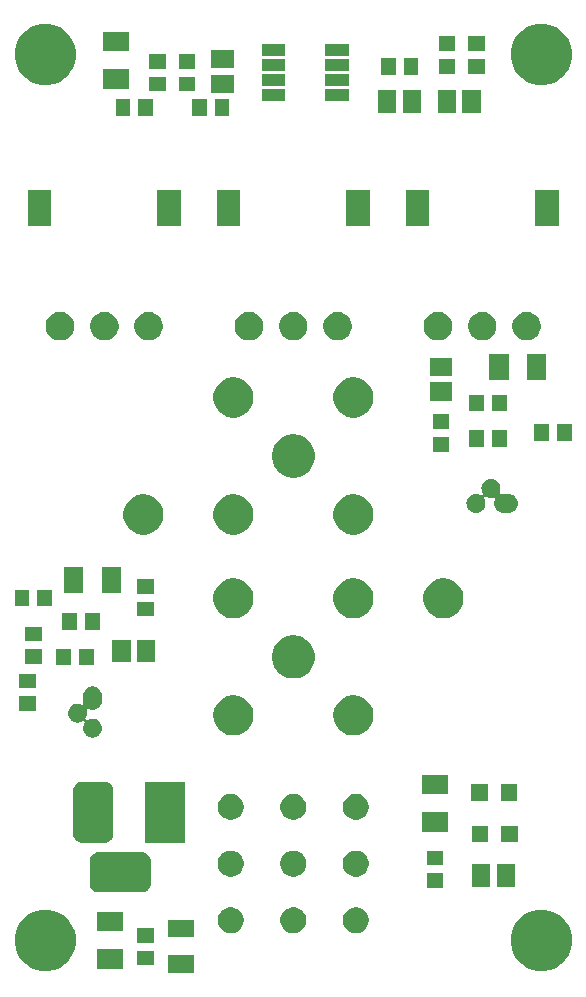
<source format=gbr>
%TF.GenerationSoftware,KiCad,Pcbnew,6.0.0-rc1-unknown-f2ccad3~66~ubuntu18.04.1*%
%TF.CreationDate,2018-11-07T22:10:34+01:00*%
%TF.ProjectId,clasicOverdrive,636c6173-6963-44f7-9665-726472697665,rev?*%
%TF.SameCoordinates,PX5f67d40PY8f46778*%
%TF.FileFunction,Soldermask,Top*%
%TF.FilePolarity,Negative*%
%FSLAX46Y46*%
G04 Gerber Fmt 4.6, Leading zero omitted, Abs format (unit mm)*
G04 Created by KiCad (PCBNEW 6.0.0-rc1-unknown-f2ccad3~66~ubuntu18.04.1) date Mi 07 Nov 2018 22:10:34 CET*
%MOMM*%
%LPD*%
G01*
G04 APERTURE LIST*
%ADD10C,0.100000*%
G04 APERTURE END LIST*
D10*
G36*
X16600000Y1260000D02*
X14400000Y1260000D01*
X14400000Y2730000D01*
X16600000Y2730000D01*
X16600000Y1260000D01*
X16600000Y1260000D01*
G37*
G36*
X46758391Y6500084D02*
X47231560Y6304091D01*
X47231562Y6304090D01*
X47355852Y6221042D01*
X47657406Y6019550D01*
X48019550Y5657406D01*
X48304091Y5231560D01*
X48500084Y4758391D01*
X48600000Y4256079D01*
X48600000Y3743921D01*
X48500084Y3241609D01*
X48304091Y2768440D01*
X48304090Y2768438D01*
X48023337Y2348261D01*
X48019550Y2342594D01*
X47657406Y1980450D01*
X47657403Y1980448D01*
X47231562Y1695910D01*
X47231561Y1695909D01*
X47231560Y1695909D01*
X46758391Y1499916D01*
X46256079Y1400000D01*
X45743921Y1400000D01*
X45241609Y1499916D01*
X44768440Y1695909D01*
X44768439Y1695909D01*
X44768438Y1695910D01*
X44342597Y1980448D01*
X44342594Y1980450D01*
X43980450Y2342594D01*
X43976663Y2348261D01*
X43695910Y2768438D01*
X43695909Y2768440D01*
X43499916Y3241609D01*
X43400000Y3743921D01*
X43400000Y4256079D01*
X43499916Y4758391D01*
X43695909Y5231560D01*
X43980450Y5657406D01*
X44342594Y6019550D01*
X44644148Y6221042D01*
X44768438Y6304090D01*
X44768440Y6304091D01*
X45241609Y6500084D01*
X45743921Y6600000D01*
X46256079Y6600000D01*
X46758391Y6500084D01*
X46758391Y6500084D01*
G37*
G36*
X4758391Y6500084D02*
X5231560Y6304091D01*
X5231562Y6304090D01*
X5355852Y6221042D01*
X5657406Y6019550D01*
X6019550Y5657406D01*
X6304091Y5231560D01*
X6500084Y4758391D01*
X6600000Y4256079D01*
X6600000Y3743921D01*
X6500084Y3241609D01*
X6304091Y2768440D01*
X6304090Y2768438D01*
X6023337Y2348261D01*
X6019550Y2342594D01*
X5657406Y1980450D01*
X5657403Y1980448D01*
X5231562Y1695910D01*
X5231561Y1695909D01*
X5231560Y1695909D01*
X4758391Y1499916D01*
X4256079Y1400000D01*
X3743921Y1400000D01*
X3241609Y1499916D01*
X2768440Y1695909D01*
X2768439Y1695909D01*
X2768438Y1695910D01*
X2342597Y1980448D01*
X2342594Y1980450D01*
X1980450Y2342594D01*
X1976663Y2348261D01*
X1695910Y2768438D01*
X1695909Y2768440D01*
X1499916Y3241609D01*
X1400000Y3743921D01*
X1400000Y4256079D01*
X1499916Y4758391D01*
X1695909Y5231560D01*
X1980450Y5657406D01*
X2342594Y6019550D01*
X2644148Y6221042D01*
X2768438Y6304090D01*
X2768440Y6304091D01*
X3241609Y6500084D01*
X3743921Y6600000D01*
X4256079Y6600000D01*
X4758391Y6500084D01*
X4758391Y6500084D01*
G37*
G36*
X10600000Y1585000D02*
X8400000Y1585000D01*
X8400000Y3230000D01*
X10600000Y3230000D01*
X10600000Y1585000D01*
X10600000Y1585000D01*
G37*
G36*
X13200000Y1878000D02*
X11800000Y1878000D01*
X11800000Y3123000D01*
X13200000Y3123000D01*
X13200000Y1878000D01*
X13200000Y1878000D01*
G37*
G36*
X13200000Y3803000D02*
X11800000Y3803000D01*
X11800000Y5048000D01*
X13200000Y5048000D01*
X13200000Y3803000D01*
X13200000Y3803000D01*
G37*
G36*
X16600000Y4270000D02*
X14400000Y4270000D01*
X14400000Y5740000D01*
X16600000Y5740000D01*
X16600000Y4270000D01*
X16600000Y4270000D01*
G37*
G36*
X20020857Y6757728D02*
X20221042Y6674809D01*
X20401213Y6554422D01*
X20554422Y6401213D01*
X20674809Y6221042D01*
X20757728Y6020857D01*
X20800000Y5808342D01*
X20800000Y5591658D01*
X20757728Y5379143D01*
X20674809Y5178958D01*
X20554422Y4998787D01*
X20401213Y4845578D01*
X20221042Y4725191D01*
X20020857Y4642272D01*
X19808342Y4600000D01*
X19591658Y4600000D01*
X19379143Y4642272D01*
X19178958Y4725191D01*
X18998787Y4845578D01*
X18845578Y4998787D01*
X18725191Y5178958D01*
X18642272Y5379143D01*
X18600000Y5591658D01*
X18600000Y5808342D01*
X18642272Y6020857D01*
X18725191Y6221042D01*
X18845578Y6401213D01*
X18998787Y6554422D01*
X19178958Y6674809D01*
X19379143Y6757728D01*
X19591658Y6800000D01*
X19808342Y6800000D01*
X20020857Y6757728D01*
X20020857Y6757728D01*
G37*
G36*
X30620857Y6757728D02*
X30821042Y6674809D01*
X31001213Y6554422D01*
X31154422Y6401213D01*
X31274809Y6221042D01*
X31357728Y6020857D01*
X31400000Y5808342D01*
X31400000Y5591658D01*
X31357728Y5379143D01*
X31274809Y5178958D01*
X31154422Y4998787D01*
X31001213Y4845578D01*
X30821042Y4725191D01*
X30620857Y4642272D01*
X30408342Y4600000D01*
X30191658Y4600000D01*
X29979143Y4642272D01*
X29778958Y4725191D01*
X29598787Y4845578D01*
X29445578Y4998787D01*
X29325191Y5178958D01*
X29242272Y5379143D01*
X29200000Y5591658D01*
X29200000Y5808342D01*
X29242272Y6020857D01*
X29325191Y6221042D01*
X29445578Y6401213D01*
X29598787Y6554422D01*
X29778958Y6674809D01*
X29979143Y6757728D01*
X30191658Y6800000D01*
X30408342Y6800000D01*
X30620857Y6757728D01*
X30620857Y6757728D01*
G37*
G36*
X25320857Y6757728D02*
X25521042Y6674809D01*
X25701213Y6554422D01*
X25854422Y6401213D01*
X25974809Y6221042D01*
X26057728Y6020857D01*
X26100000Y5808342D01*
X26100000Y5591658D01*
X26057728Y5379143D01*
X25974809Y5178958D01*
X25854422Y4998787D01*
X25701213Y4845578D01*
X25521042Y4725191D01*
X25320857Y4642272D01*
X25108342Y4600000D01*
X24891658Y4600000D01*
X24679143Y4642272D01*
X24478958Y4725191D01*
X24298787Y4845578D01*
X24145578Y4998787D01*
X24025191Y5178958D01*
X23942272Y5379143D01*
X23900000Y5591658D01*
X23900000Y5808342D01*
X23942272Y6020857D01*
X24025191Y6221042D01*
X24145578Y6401213D01*
X24298787Y6554422D01*
X24478958Y6674809D01*
X24679143Y6757728D01*
X24891658Y6800000D01*
X25108342Y6800000D01*
X25320857Y6757728D01*
X25320857Y6757728D01*
G37*
G36*
X10600000Y4770000D02*
X8400000Y4770000D01*
X8400000Y6415000D01*
X10600000Y6415000D01*
X10600000Y4770000D01*
X10600000Y4770000D01*
G37*
G36*
X12316017Y11439276D02*
X12463630Y11394497D01*
X12599677Y11321778D01*
X12718919Y11223919D01*
X12816778Y11104677D01*
X12889497Y10968630D01*
X12934276Y10821017D01*
X12950000Y10661360D01*
X12950000Y8848640D01*
X12934276Y8688983D01*
X12889497Y8541370D01*
X12816778Y8405323D01*
X12718919Y8286081D01*
X12599677Y8188222D01*
X12463630Y8115503D01*
X12316017Y8070724D01*
X12156360Y8055000D01*
X8543640Y8055000D01*
X8383983Y8070724D01*
X8236370Y8115503D01*
X8100323Y8188222D01*
X7981081Y8286081D01*
X7883222Y8405323D01*
X7810503Y8541370D01*
X7765724Y8688983D01*
X7750000Y8848640D01*
X7750000Y10661360D01*
X7765724Y10821017D01*
X7810503Y10968630D01*
X7883222Y11104677D01*
X7981081Y11223919D01*
X8100323Y11321778D01*
X8236370Y11394497D01*
X8383983Y11439276D01*
X8543640Y11455000D01*
X12156360Y11455000D01*
X12316017Y11439276D01*
X12316017Y11439276D01*
G37*
G36*
X37700000Y8415000D02*
X36300000Y8415000D01*
X36300000Y9660000D01*
X37700000Y9660000D01*
X37700000Y8415000D01*
X37700000Y8415000D01*
G37*
G36*
X41688000Y8550000D02*
X40143000Y8550000D01*
X40143000Y10450000D01*
X41688000Y10450000D01*
X41688000Y8550000D01*
X41688000Y8550000D01*
G37*
G36*
X43773000Y8550000D02*
X42228000Y8550000D01*
X42228000Y10450000D01*
X43773000Y10450000D01*
X43773000Y8550000D01*
X43773000Y8550000D01*
G37*
G36*
X30620857Y11557728D02*
X30821042Y11474809D01*
X31001213Y11354422D01*
X31154422Y11201213D01*
X31274809Y11021042D01*
X31357728Y10820857D01*
X31400000Y10608342D01*
X31400000Y10391658D01*
X31357728Y10179143D01*
X31274809Y9978958D01*
X31154422Y9798787D01*
X31001213Y9645578D01*
X30821042Y9525191D01*
X30620857Y9442272D01*
X30408342Y9400000D01*
X30191658Y9400000D01*
X29979143Y9442272D01*
X29778958Y9525191D01*
X29598787Y9645578D01*
X29445578Y9798787D01*
X29325191Y9978958D01*
X29242272Y10179143D01*
X29200000Y10391658D01*
X29200000Y10608342D01*
X29242272Y10820857D01*
X29325191Y11021042D01*
X29445578Y11201213D01*
X29598787Y11354422D01*
X29778958Y11474809D01*
X29979143Y11557728D01*
X30191658Y11600000D01*
X30408342Y11600000D01*
X30620857Y11557728D01*
X30620857Y11557728D01*
G37*
G36*
X25320857Y11557728D02*
X25521042Y11474809D01*
X25701213Y11354422D01*
X25854422Y11201213D01*
X25974809Y11021042D01*
X26057728Y10820857D01*
X26100000Y10608342D01*
X26100000Y10391658D01*
X26057728Y10179143D01*
X25974809Y9978958D01*
X25854422Y9798787D01*
X25701213Y9645578D01*
X25521042Y9525191D01*
X25320857Y9442272D01*
X25108342Y9400000D01*
X24891658Y9400000D01*
X24679143Y9442272D01*
X24478958Y9525191D01*
X24298787Y9645578D01*
X24145578Y9798787D01*
X24025191Y9978958D01*
X23942272Y10179143D01*
X23900000Y10391658D01*
X23900000Y10608342D01*
X23942272Y10820857D01*
X24025191Y11021042D01*
X24145578Y11201213D01*
X24298787Y11354422D01*
X24478958Y11474809D01*
X24679143Y11557728D01*
X24891658Y11600000D01*
X25108342Y11600000D01*
X25320857Y11557728D01*
X25320857Y11557728D01*
G37*
G36*
X20020857Y11557728D02*
X20221042Y11474809D01*
X20401213Y11354422D01*
X20554422Y11201213D01*
X20674809Y11021042D01*
X20757728Y10820857D01*
X20800000Y10608342D01*
X20800000Y10391658D01*
X20757728Y10179143D01*
X20674809Y9978958D01*
X20554422Y9798787D01*
X20401213Y9645578D01*
X20221042Y9525191D01*
X20020857Y9442272D01*
X19808342Y9400000D01*
X19591658Y9400000D01*
X19379143Y9442272D01*
X19178958Y9525191D01*
X18998787Y9645578D01*
X18845578Y9798787D01*
X18725191Y9978958D01*
X18642272Y10179143D01*
X18600000Y10391658D01*
X18600000Y10608342D01*
X18642272Y10820857D01*
X18725191Y11021042D01*
X18845578Y11201213D01*
X18998787Y11354422D01*
X19178958Y11474809D01*
X19379143Y11557728D01*
X19591658Y11600000D01*
X19808342Y11600000D01*
X20020857Y11557728D01*
X20020857Y11557728D01*
G37*
G36*
X37700000Y10340000D02*
X36300000Y10340000D01*
X36300000Y11585000D01*
X37700000Y11585000D01*
X37700000Y10340000D01*
X37700000Y10340000D01*
G37*
G36*
X9126017Y17419276D02*
X9273630Y17374497D01*
X9409677Y17301778D01*
X9528919Y17203919D01*
X9626778Y17084677D01*
X9699497Y16948630D01*
X9744276Y16801017D01*
X9760000Y16641360D01*
X9760000Y13028640D01*
X9744276Y12868983D01*
X9699497Y12721370D01*
X9626778Y12585323D01*
X9528919Y12466081D01*
X9409677Y12368222D01*
X9273630Y12295503D01*
X9126017Y12250724D01*
X8966360Y12235000D01*
X7153640Y12235000D01*
X6993983Y12250724D01*
X6846370Y12295503D01*
X6710323Y12368222D01*
X6591081Y12466081D01*
X6493222Y12585323D01*
X6420503Y12721370D01*
X6375724Y12868983D01*
X6360000Y13028640D01*
X6360000Y16641360D01*
X6375724Y16801017D01*
X6420503Y16948630D01*
X6493222Y17084677D01*
X6591081Y17203919D01*
X6710323Y17301778D01*
X6846370Y17374497D01*
X6993983Y17419276D01*
X7153640Y17435000D01*
X8966360Y17435000D01*
X9126017Y17419276D01*
X9126017Y17419276D01*
G37*
G36*
X15860000Y12235000D02*
X12460000Y12235000D01*
X12460000Y17435000D01*
X15860000Y17435000D01*
X15860000Y12235000D01*
X15860000Y12235000D01*
G37*
G36*
X41495000Y12300000D02*
X40095000Y12300000D01*
X40095000Y13700000D01*
X41495000Y13700000D01*
X41495000Y12300000D01*
X41495000Y12300000D01*
G37*
G36*
X43995000Y12300000D02*
X42595000Y12300000D01*
X42595000Y13700000D01*
X43995000Y13700000D01*
X43995000Y12300000D01*
X43995000Y12300000D01*
G37*
G36*
X38100000Y13178000D02*
X35900000Y13178000D01*
X35900000Y14823000D01*
X38100000Y14823000D01*
X38100000Y13178000D01*
X38100000Y13178000D01*
G37*
G36*
X30620857Y16357728D02*
X30821042Y16274809D01*
X31001213Y16154422D01*
X31154422Y16001213D01*
X31274809Y15821042D01*
X31357728Y15620857D01*
X31400000Y15408342D01*
X31400000Y15191658D01*
X31357728Y14979143D01*
X31274809Y14778958D01*
X31154422Y14598787D01*
X31001213Y14445578D01*
X30821042Y14325191D01*
X30620857Y14242272D01*
X30408342Y14200000D01*
X30191658Y14200000D01*
X29979143Y14242272D01*
X29778958Y14325191D01*
X29598787Y14445578D01*
X29445578Y14598787D01*
X29325191Y14778958D01*
X29242272Y14979143D01*
X29200000Y15191658D01*
X29200000Y15408342D01*
X29242272Y15620857D01*
X29325191Y15821042D01*
X29445578Y16001213D01*
X29598787Y16154422D01*
X29778958Y16274809D01*
X29979143Y16357728D01*
X30191658Y16400000D01*
X30408342Y16400000D01*
X30620857Y16357728D01*
X30620857Y16357728D01*
G37*
G36*
X25320857Y16357728D02*
X25521042Y16274809D01*
X25701213Y16154422D01*
X25854422Y16001213D01*
X25974809Y15821042D01*
X26057728Y15620857D01*
X26100000Y15408342D01*
X26100000Y15191658D01*
X26057728Y14979143D01*
X25974809Y14778958D01*
X25854422Y14598787D01*
X25701213Y14445578D01*
X25521042Y14325191D01*
X25320857Y14242272D01*
X25108342Y14200000D01*
X24891658Y14200000D01*
X24679143Y14242272D01*
X24478958Y14325191D01*
X24298787Y14445578D01*
X24145578Y14598787D01*
X24025191Y14778958D01*
X23942272Y14979143D01*
X23900000Y15191658D01*
X23900000Y15408342D01*
X23942272Y15620857D01*
X24025191Y15821042D01*
X24145578Y16001213D01*
X24298787Y16154422D01*
X24478958Y16274809D01*
X24679143Y16357728D01*
X24891658Y16400000D01*
X25108342Y16400000D01*
X25320857Y16357728D01*
X25320857Y16357728D01*
G37*
G36*
X20020857Y16357728D02*
X20221042Y16274809D01*
X20401213Y16154422D01*
X20554422Y16001213D01*
X20674809Y15821042D01*
X20757728Y15620857D01*
X20800000Y15408342D01*
X20800000Y15191658D01*
X20757728Y14979143D01*
X20674809Y14778958D01*
X20554422Y14598787D01*
X20401213Y14445578D01*
X20221042Y14325191D01*
X20020857Y14242272D01*
X19808342Y14200000D01*
X19591658Y14200000D01*
X19379143Y14242272D01*
X19178958Y14325191D01*
X18998787Y14445578D01*
X18845578Y14598787D01*
X18725191Y14778958D01*
X18642272Y14979143D01*
X18600000Y15191658D01*
X18600000Y15408342D01*
X18642272Y15620857D01*
X18725191Y15821042D01*
X18845578Y16001213D01*
X18998787Y16154422D01*
X19178958Y16274809D01*
X19379143Y16357728D01*
X19591658Y16400000D01*
X19808342Y16400000D01*
X20020857Y16357728D01*
X20020857Y16357728D01*
G37*
G36*
X41450000Y15800000D02*
X40050000Y15800000D01*
X40050000Y17200000D01*
X41450000Y17200000D01*
X41450000Y15800000D01*
X41450000Y15800000D01*
G37*
G36*
X43950000Y15800000D02*
X42550000Y15800000D01*
X42550000Y17200000D01*
X43950000Y17200000D01*
X43950000Y15800000D01*
X43950000Y15800000D01*
G37*
G36*
X38100000Y16363000D02*
X35900000Y16363000D01*
X35900000Y18008000D01*
X38100000Y18008000D01*
X38100000Y16363000D01*
X38100000Y16363000D01*
G37*
G36*
X8156827Y25488424D02*
X8232227Y25465552D01*
X8307629Y25442679D01*
X8446608Y25368392D01*
X8568422Y25268422D01*
X8668392Y25146608D01*
X8742679Y25007629D01*
X8742679Y25007628D01*
X8788424Y24856827D01*
X8800000Y24739292D01*
X8800000Y24260707D01*
X8788424Y24143173D01*
X8780635Y24117496D01*
X8742679Y23992371D01*
X8668392Y23853392D01*
X8568425Y23731581D01*
X8568423Y23731580D01*
X8568422Y23731578D01*
X8501440Y23676608D01*
X8446604Y23631606D01*
X8307628Y23557321D01*
X8253402Y23540872D01*
X8156826Y23511576D01*
X8000000Y23496130D01*
X7843173Y23511576D01*
X7746597Y23540872D01*
X7692371Y23557321D01*
X7689178Y23559028D01*
X7666539Y23568405D01*
X7642505Y23573186D01*
X7618001Y23573186D01*
X7593968Y23568406D01*
X7571329Y23559028D01*
X7550954Y23545415D01*
X7533627Y23528087D01*
X7520013Y23507713D01*
X7510636Y23485074D01*
X7505855Y23461040D01*
X7505855Y23436536D01*
X7510635Y23412503D01*
X7518424Y23386826D01*
X7533870Y23230000D01*
X7518424Y23073174D01*
X7472679Y22922371D01*
X7414659Y22813824D01*
X7405281Y22791185D01*
X7400501Y22767151D01*
X7400501Y22742647D01*
X7405281Y22718614D01*
X7414659Y22695975D01*
X7428273Y22675600D01*
X7445600Y22658273D01*
X7465974Y22644659D01*
X7488613Y22635281D01*
X7512647Y22630501D01*
X7537151Y22630501D01*
X7561184Y22635281D01*
X7583824Y22644659D01*
X7692371Y22702679D01*
X7767772Y22725551D01*
X7843173Y22748424D01*
X7882351Y22752283D01*
X7960705Y22760000D01*
X8039295Y22760000D01*
X8117649Y22752283D01*
X8156827Y22748424D01*
X8232228Y22725551D01*
X8307629Y22702679D01*
X8446608Y22628392D01*
X8568422Y22528422D01*
X8668392Y22406608D01*
X8742679Y22267629D01*
X8788424Y22116826D01*
X8803870Y21960000D01*
X8788424Y21803174D01*
X8742679Y21652371D01*
X8668392Y21513392D01*
X8568422Y21391578D01*
X8446608Y21291608D01*
X8307629Y21217321D01*
X8232227Y21194448D01*
X8156827Y21171576D01*
X8117649Y21167717D01*
X8039295Y21160000D01*
X7960705Y21160000D01*
X7882351Y21167717D01*
X7843173Y21171576D01*
X7767773Y21194448D01*
X7692371Y21217321D01*
X7553392Y21291608D01*
X7431578Y21391578D01*
X7331608Y21513392D01*
X7257321Y21652371D01*
X7211576Y21803174D01*
X7196130Y21960000D01*
X7211576Y22116826D01*
X7257321Y22267629D01*
X7315341Y22376176D01*
X7324719Y22398815D01*
X7329499Y22422849D01*
X7329499Y22447353D01*
X7324719Y22471386D01*
X7315341Y22494025D01*
X7301727Y22514400D01*
X7284400Y22531727D01*
X7264026Y22545341D01*
X7241387Y22554719D01*
X7217353Y22559499D01*
X7192849Y22559499D01*
X7168816Y22554719D01*
X7146176Y22545341D01*
X7037629Y22487321D01*
X6962228Y22464449D01*
X6886827Y22441576D01*
X6847649Y22437717D01*
X6769295Y22430000D01*
X6690705Y22430000D01*
X6612351Y22437717D01*
X6573173Y22441576D01*
X6497772Y22464449D01*
X6422371Y22487321D01*
X6283392Y22561608D01*
X6161578Y22661578D01*
X6061608Y22783392D01*
X5987321Y22922371D01*
X5941576Y23073174D01*
X5926130Y23230000D01*
X5941576Y23386826D01*
X5987321Y23537629D01*
X6061608Y23676608D01*
X6161578Y23798422D01*
X6283392Y23898392D01*
X6422371Y23972679D01*
X6518744Y24001913D01*
X6573173Y24018424D01*
X6612395Y24022287D01*
X6690705Y24030000D01*
X6769295Y24030000D01*
X6847605Y24022287D01*
X6886827Y24018424D01*
X6941256Y24001913D01*
X7037629Y23972679D01*
X7040822Y23970972D01*
X7063461Y23961595D01*
X7087495Y23956814D01*
X7111999Y23956814D01*
X7136032Y23961594D01*
X7158671Y23970972D01*
X7179046Y23984585D01*
X7196373Y24001913D01*
X7209987Y24022287D01*
X7219364Y24044926D01*
X7224145Y24068960D01*
X7224145Y24093464D01*
X7219365Y24117496D01*
X7211576Y24143173D01*
X7200000Y24260706D01*
X7200000Y24739295D01*
X7211576Y24856826D01*
X7257321Y25007629D01*
X7331606Y25146605D01*
X7431581Y25268424D01*
X7553393Y25368392D01*
X7692372Y25442679D01*
X7767774Y25465552D01*
X7843174Y25488424D01*
X8000000Y25503870D01*
X8156827Y25488424D01*
X8156827Y25488424D01*
G37*
G36*
X20306393Y24701447D02*
X20415872Y24679670D01*
X20725252Y24551521D01*
X21003687Y24365477D01*
X21240477Y24128687D01*
X21426521Y23850252D01*
X21554670Y23540872D01*
X21575424Y23436536D01*
X21620000Y23212437D01*
X21620000Y22877563D01*
X21596615Y22760000D01*
X21554670Y22549128D01*
X21426521Y22239748D01*
X21240477Y21961313D01*
X21003687Y21724523D01*
X20725252Y21538479D01*
X20415872Y21410330D01*
X20321599Y21391578D01*
X20087437Y21345000D01*
X19752563Y21345000D01*
X19518401Y21391578D01*
X19424128Y21410330D01*
X19114748Y21538479D01*
X18836313Y21724523D01*
X18599523Y21961313D01*
X18413479Y22239748D01*
X18285330Y22549128D01*
X18243385Y22760000D01*
X18220000Y22877563D01*
X18220000Y23212437D01*
X18264576Y23436536D01*
X18285330Y23540872D01*
X18413479Y23850252D01*
X18599523Y24128687D01*
X18836313Y24365477D01*
X19114748Y24551521D01*
X19424128Y24679670D01*
X19533607Y24701447D01*
X19752563Y24745000D01*
X20087437Y24745000D01*
X20306393Y24701447D01*
X20306393Y24701447D01*
G37*
G36*
X30466393Y24701447D02*
X30575872Y24679670D01*
X30885252Y24551521D01*
X31163687Y24365477D01*
X31400477Y24128687D01*
X31586521Y23850252D01*
X31714670Y23540872D01*
X31735424Y23436536D01*
X31780000Y23212437D01*
X31780000Y22877563D01*
X31756615Y22760000D01*
X31714670Y22549128D01*
X31586521Y22239748D01*
X31400477Y21961313D01*
X31163687Y21724523D01*
X30885252Y21538479D01*
X30575872Y21410330D01*
X30481599Y21391578D01*
X30247437Y21345000D01*
X29912563Y21345000D01*
X29678401Y21391578D01*
X29584128Y21410330D01*
X29274748Y21538479D01*
X28996313Y21724523D01*
X28759523Y21961313D01*
X28573479Y22239748D01*
X28445330Y22549128D01*
X28403385Y22760000D01*
X28380000Y22877563D01*
X28380000Y23212437D01*
X28424576Y23436536D01*
X28445330Y23540872D01*
X28573479Y23850252D01*
X28759523Y24128687D01*
X28996313Y24365477D01*
X29274748Y24551521D01*
X29584128Y24679670D01*
X29693607Y24701447D01*
X29912563Y24745000D01*
X30247437Y24745000D01*
X30466393Y24701447D01*
X30466393Y24701447D01*
G37*
G36*
X3200000Y23415000D02*
X1800000Y23415000D01*
X1800000Y24660000D01*
X3200000Y24660000D01*
X3200000Y23415000D01*
X3200000Y23415000D01*
G37*
G36*
X3200000Y25340000D02*
X1800000Y25340000D01*
X1800000Y26585000D01*
X3200000Y26585000D01*
X3200000Y25340000D01*
X3200000Y25340000D01*
G37*
G36*
X25356040Y29789933D02*
X25532333Y29754866D01*
X25864461Y29617294D01*
X26114834Y29450000D01*
X26163372Y29417568D01*
X26417568Y29163372D01*
X26417570Y29163369D01*
X26617294Y28864461D01*
X26754866Y28532333D01*
X26825000Y28179747D01*
X26825000Y27820253D01*
X26754866Y27467667D01*
X26617294Y27135539D01*
X26418915Y26838644D01*
X26417568Y26836628D01*
X26163372Y26582432D01*
X26163369Y26582430D01*
X25864461Y26382706D01*
X25532333Y26245134D01*
X25356040Y26210067D01*
X25179748Y26175000D01*
X24820252Y26175000D01*
X24643960Y26210067D01*
X24467667Y26245134D01*
X24135539Y26382706D01*
X23836631Y26582430D01*
X23836628Y26582432D01*
X23582432Y26836628D01*
X23581085Y26838644D01*
X23382706Y27135539D01*
X23245134Y27467667D01*
X23175000Y27820253D01*
X23175000Y28179747D01*
X23245134Y28532333D01*
X23382706Y28864461D01*
X23582430Y29163369D01*
X23582432Y29163372D01*
X23836628Y29417568D01*
X23885166Y29450000D01*
X24135539Y29617294D01*
X24467667Y29754866D01*
X24643960Y29789933D01*
X24820252Y29825000D01*
X25179748Y29825000D01*
X25356040Y29789933D01*
X25356040Y29789933D01*
G37*
G36*
X6160000Y27300000D02*
X4915000Y27300000D01*
X4915000Y28700000D01*
X6160000Y28700000D01*
X6160000Y27300000D01*
X6160000Y27300000D01*
G37*
G36*
X8085000Y27300000D02*
X6840000Y27300000D01*
X6840000Y28700000D01*
X8085000Y28700000D01*
X8085000Y27300000D01*
X8085000Y27300000D01*
G37*
G36*
X3700000Y27378000D02*
X2300000Y27378000D01*
X2300000Y28623000D01*
X3700000Y28623000D01*
X3700000Y27378000D01*
X3700000Y27378000D01*
G37*
G36*
X13315000Y27550000D02*
X11770000Y27550000D01*
X11770000Y29450000D01*
X13315000Y29450000D01*
X13315000Y27550000D01*
X13315000Y27550000D01*
G37*
G36*
X11230000Y27550000D02*
X9685000Y27550000D01*
X9685000Y29450000D01*
X11230000Y29450000D01*
X11230000Y27550000D01*
X11230000Y27550000D01*
G37*
G36*
X3700000Y29303000D02*
X2300000Y29303000D01*
X2300000Y30548000D01*
X3700000Y30548000D01*
X3700000Y29303000D01*
X3700000Y29303000D01*
G37*
G36*
X8623000Y30300000D02*
X7378000Y30300000D01*
X7378000Y31700000D01*
X8623000Y31700000D01*
X8623000Y30300000D01*
X8623000Y30300000D01*
G37*
G36*
X6698000Y30300000D02*
X5453000Y30300000D01*
X5453000Y31700000D01*
X6698000Y31700000D01*
X6698000Y30300000D01*
X6698000Y30300000D01*
G37*
G36*
X20306393Y34611447D02*
X20415872Y34589670D01*
X20725252Y34461521D01*
X21003687Y34275477D01*
X21240477Y34038687D01*
X21426521Y33760252D01*
X21554670Y33450872D01*
X21620000Y33122435D01*
X21620000Y32787565D01*
X21554670Y32459128D01*
X21426521Y32149748D01*
X21240477Y31871313D01*
X21003687Y31634523D01*
X20725252Y31448479D01*
X20415872Y31320330D01*
X20306393Y31298553D01*
X20087437Y31255000D01*
X19752563Y31255000D01*
X19533607Y31298553D01*
X19424128Y31320330D01*
X19114748Y31448479D01*
X18836313Y31634523D01*
X18599523Y31871313D01*
X18413479Y32149748D01*
X18285330Y32459128D01*
X18220000Y32787565D01*
X18220000Y33122435D01*
X18285330Y33450872D01*
X18413479Y33760252D01*
X18599523Y34038687D01*
X18836313Y34275477D01*
X19114748Y34461521D01*
X19424128Y34589670D01*
X19533607Y34611447D01*
X19752563Y34655000D01*
X20087437Y34655000D01*
X20306393Y34611447D01*
X20306393Y34611447D01*
G37*
G36*
X30466393Y34611447D02*
X30575872Y34589670D01*
X30885252Y34461521D01*
X31163687Y34275477D01*
X31400477Y34038687D01*
X31586521Y33760252D01*
X31714670Y33450872D01*
X31780000Y33122435D01*
X31780000Y32787565D01*
X31714670Y32459128D01*
X31586521Y32149748D01*
X31400477Y31871313D01*
X31163687Y31634523D01*
X30885252Y31448479D01*
X30575872Y31320330D01*
X30466393Y31298553D01*
X30247437Y31255000D01*
X29912563Y31255000D01*
X29693607Y31298553D01*
X29584128Y31320330D01*
X29274748Y31448479D01*
X28996313Y31634523D01*
X28759523Y31871313D01*
X28573479Y32149748D01*
X28445330Y32459128D01*
X28380000Y32787565D01*
X28380000Y33122435D01*
X28445330Y33450872D01*
X28573479Y33760252D01*
X28759523Y34038687D01*
X28996313Y34275477D01*
X29274748Y34461521D01*
X29584128Y34589670D01*
X29693607Y34611447D01*
X29912563Y34655000D01*
X30247437Y34655000D01*
X30466393Y34611447D01*
X30466393Y34611447D01*
G37*
G36*
X38086393Y34611447D02*
X38195872Y34589670D01*
X38505252Y34461521D01*
X38783687Y34275477D01*
X39020477Y34038687D01*
X39206521Y33760252D01*
X39334670Y33450872D01*
X39400000Y33122435D01*
X39400000Y32787565D01*
X39334670Y32459128D01*
X39206521Y32149748D01*
X39020477Y31871313D01*
X38783687Y31634523D01*
X38505252Y31448479D01*
X38195872Y31320330D01*
X38086393Y31298553D01*
X37867437Y31255000D01*
X37532563Y31255000D01*
X37313607Y31298553D01*
X37204128Y31320330D01*
X36894748Y31448479D01*
X36616313Y31634523D01*
X36379523Y31871313D01*
X36193479Y32149748D01*
X36065330Y32459128D01*
X36000000Y32787565D01*
X36000000Y33122435D01*
X36065330Y33450872D01*
X36193479Y33760252D01*
X36379523Y34038687D01*
X36616313Y34275477D01*
X36894748Y34461521D01*
X37204128Y34589670D01*
X37313607Y34611447D01*
X37532563Y34655000D01*
X37867437Y34655000D01*
X38086393Y34611447D01*
X38086393Y34611447D01*
G37*
G36*
X13200000Y31415000D02*
X11800000Y31415000D01*
X11800000Y32660000D01*
X13200000Y32660000D01*
X13200000Y31415000D01*
X13200000Y31415000D01*
G37*
G36*
X2660000Y32300000D02*
X1415000Y32300000D01*
X1415000Y33700000D01*
X2660000Y33700000D01*
X2660000Y32300000D01*
X2660000Y32300000D01*
G37*
G36*
X4585000Y32300000D02*
X3340000Y32300000D01*
X3340000Y33700000D01*
X4585000Y33700000D01*
X4585000Y32300000D01*
X4585000Y32300000D01*
G37*
G36*
X13200000Y33340000D02*
X11800000Y33340000D01*
X11800000Y34585000D01*
X13200000Y34585000D01*
X13200000Y33340000D01*
X13200000Y33340000D01*
G37*
G36*
X10415000Y33400000D02*
X8770000Y33400000D01*
X8770000Y35600000D01*
X10415000Y35600000D01*
X10415000Y33400000D01*
X10415000Y33400000D01*
G37*
G36*
X7230000Y33400000D02*
X5585000Y33400000D01*
X5585000Y35600000D01*
X7230000Y35600000D01*
X7230000Y33400000D01*
X7230000Y33400000D01*
G37*
G36*
X30465733Y41701578D02*
X30575872Y41679670D01*
X30885252Y41551521D01*
X31163687Y41365477D01*
X31400477Y41128687D01*
X31586521Y40850252D01*
X31714670Y40540872D01*
X31780000Y40212435D01*
X31780000Y39877565D01*
X31714670Y39549128D01*
X31586521Y39239748D01*
X31400477Y38961313D01*
X31163687Y38724523D01*
X30885252Y38538479D01*
X30575872Y38410330D01*
X30466393Y38388553D01*
X30247437Y38345000D01*
X29912563Y38345000D01*
X29693607Y38388553D01*
X29584128Y38410330D01*
X29274748Y38538479D01*
X28996313Y38724523D01*
X28759523Y38961313D01*
X28573479Y39239748D01*
X28445330Y39549128D01*
X28380000Y39877565D01*
X28380000Y40212435D01*
X28445330Y40540872D01*
X28573479Y40850252D01*
X28759523Y41128687D01*
X28996313Y41365477D01*
X29274748Y41551521D01*
X29584128Y41679670D01*
X29694267Y41701578D01*
X29912563Y41745000D01*
X30247437Y41745000D01*
X30465733Y41701578D01*
X30465733Y41701578D01*
G37*
G36*
X20305733Y41701578D02*
X20415872Y41679670D01*
X20725252Y41551521D01*
X21003687Y41365477D01*
X21240477Y41128687D01*
X21426521Y40850252D01*
X21554670Y40540872D01*
X21620000Y40212435D01*
X21620000Y39877565D01*
X21554670Y39549128D01*
X21426521Y39239748D01*
X21240477Y38961313D01*
X21003687Y38724523D01*
X20725252Y38538479D01*
X20415872Y38410330D01*
X20306393Y38388553D01*
X20087437Y38345000D01*
X19752563Y38345000D01*
X19533607Y38388553D01*
X19424128Y38410330D01*
X19114748Y38538479D01*
X18836313Y38724523D01*
X18599523Y38961313D01*
X18413479Y39239748D01*
X18285330Y39549128D01*
X18220000Y39877565D01*
X18220000Y40212435D01*
X18285330Y40540872D01*
X18413479Y40850252D01*
X18599523Y41128687D01*
X18836313Y41365477D01*
X19114748Y41551521D01*
X19424128Y41679670D01*
X19534267Y41701578D01*
X19752563Y41745000D01*
X20087437Y41745000D01*
X20305733Y41701578D01*
X20305733Y41701578D01*
G37*
G36*
X12685733Y41701578D02*
X12795872Y41679670D01*
X13105252Y41551521D01*
X13383687Y41365477D01*
X13620477Y41128687D01*
X13806521Y40850252D01*
X13934670Y40540872D01*
X14000000Y40212435D01*
X14000000Y39877565D01*
X13934670Y39549128D01*
X13806521Y39239748D01*
X13620477Y38961313D01*
X13383687Y38724523D01*
X13105252Y38538479D01*
X12795872Y38410330D01*
X12686393Y38388553D01*
X12467437Y38345000D01*
X12132563Y38345000D01*
X11913607Y38388553D01*
X11804128Y38410330D01*
X11494748Y38538479D01*
X11216313Y38724523D01*
X10979523Y38961313D01*
X10793479Y39239748D01*
X10665330Y39549128D01*
X10600000Y39877565D01*
X10600000Y40212435D01*
X10665330Y40540872D01*
X10793479Y40850252D01*
X10979523Y41128687D01*
X11216313Y41365477D01*
X11494748Y41551521D01*
X11804128Y41679670D01*
X11914267Y41701578D01*
X12132563Y41745000D01*
X12467437Y41745000D01*
X12685733Y41701578D01*
X12685733Y41701578D01*
G37*
G36*
X41847649Y43062283D02*
X41886827Y43058424D01*
X41962228Y43035551D01*
X42037629Y43012679D01*
X42176608Y42938392D01*
X42298422Y42838422D01*
X42398392Y42716608D01*
X42472679Y42577629D01*
X42518424Y42426826D01*
X42533870Y42270000D01*
X42518424Y42113174D01*
X42472679Y41962371D01*
X42470972Y41959178D01*
X42461595Y41936539D01*
X42456814Y41912505D01*
X42456814Y41888001D01*
X42461594Y41863968D01*
X42470972Y41841329D01*
X42484585Y41820954D01*
X42501913Y41803627D01*
X42522287Y41790013D01*
X42544926Y41780636D01*
X42568960Y41775855D01*
X42593464Y41775855D01*
X42617494Y41780634D01*
X42643173Y41788424D01*
X42682351Y41792283D01*
X42760705Y41800000D01*
X43239295Y41800000D01*
X43317649Y41792283D01*
X43356827Y41788424D01*
X43398261Y41775855D01*
X43507629Y41742679D01*
X43646608Y41668392D01*
X43768422Y41568422D01*
X43868392Y41446608D01*
X43942679Y41307629D01*
X43942679Y41307628D01*
X43988424Y41156827D01*
X44003870Y41000000D01*
X43988424Y40843174D01*
X43942679Y40692371D01*
X43868392Y40553392D01*
X43768422Y40431578D01*
X43646608Y40331608D01*
X43507629Y40257321D01*
X43432228Y40234449D01*
X43356827Y40211576D01*
X43317649Y40207717D01*
X43239295Y40200000D01*
X42760705Y40200000D01*
X42682351Y40207717D01*
X42643173Y40211576D01*
X42567772Y40234449D01*
X42492371Y40257321D01*
X42353392Y40331608D01*
X42231578Y40431578D01*
X42131608Y40553392D01*
X42057321Y40692371D01*
X42011576Y40843174D01*
X41996130Y41000000D01*
X42011576Y41156827D01*
X42057321Y41307628D01*
X42057321Y41307629D01*
X42059028Y41310822D01*
X42068405Y41333461D01*
X42073186Y41357495D01*
X42073186Y41381999D01*
X42068406Y41406032D01*
X42059028Y41428671D01*
X42045415Y41449046D01*
X42028087Y41466373D01*
X42007713Y41479987D01*
X41985074Y41489364D01*
X41961040Y41494145D01*
X41936536Y41494145D01*
X41912506Y41489366D01*
X41886827Y41481576D01*
X41870693Y41479987D01*
X41769295Y41470000D01*
X41690705Y41470000D01*
X41589307Y41479987D01*
X41573173Y41481576D01*
X41474899Y41511387D01*
X41422371Y41527321D01*
X41313824Y41585341D01*
X41291185Y41594719D01*
X41267151Y41599499D01*
X41242647Y41599499D01*
X41218614Y41594719D01*
X41195975Y41585341D01*
X41175600Y41571727D01*
X41158273Y41554400D01*
X41144659Y41534026D01*
X41135281Y41511387D01*
X41130501Y41487353D01*
X41130501Y41462849D01*
X41135281Y41438816D01*
X41144659Y41416176D01*
X41202679Y41307629D01*
X41202679Y41307628D01*
X41248424Y41156827D01*
X41263870Y41000000D01*
X41248424Y40843174D01*
X41202679Y40692371D01*
X41128392Y40553392D01*
X41028422Y40431578D01*
X40906608Y40331608D01*
X40767629Y40257321D01*
X40692228Y40234449D01*
X40616827Y40211576D01*
X40577649Y40207717D01*
X40499295Y40200000D01*
X40420705Y40200000D01*
X40342351Y40207717D01*
X40303173Y40211576D01*
X40227772Y40234449D01*
X40152371Y40257321D01*
X40013392Y40331608D01*
X39891578Y40431578D01*
X39791608Y40553392D01*
X39717321Y40692371D01*
X39671576Y40843174D01*
X39656130Y41000000D01*
X39671576Y41156827D01*
X39717321Y41307628D01*
X39717321Y41307629D01*
X39791608Y41446608D01*
X39891578Y41568422D01*
X40013392Y41668392D01*
X40152371Y41742679D01*
X40261739Y41775855D01*
X40303173Y41788424D01*
X40342351Y41792283D01*
X40420705Y41800000D01*
X40499295Y41800000D01*
X40577649Y41792283D01*
X40616827Y41788424D01*
X40658261Y41775855D01*
X40767629Y41742679D01*
X40876176Y41684659D01*
X40898815Y41675281D01*
X40922849Y41670501D01*
X40947353Y41670501D01*
X40971386Y41675281D01*
X40994025Y41684659D01*
X41014400Y41698273D01*
X41031727Y41715600D01*
X41045341Y41735974D01*
X41054719Y41758613D01*
X41059499Y41782647D01*
X41059499Y41807151D01*
X41054719Y41831184D01*
X41045341Y41853824D01*
X40987321Y41962371D01*
X40941576Y42113174D01*
X40926130Y42270000D01*
X40941576Y42426826D01*
X40987321Y42577629D01*
X41061608Y42716608D01*
X41161578Y42838422D01*
X41283392Y42938392D01*
X41422371Y43012679D01*
X41497772Y43035551D01*
X41573173Y43058424D01*
X41612351Y43062283D01*
X41690705Y43070000D01*
X41769295Y43070000D01*
X41847649Y43062283D01*
X41847649Y43062283D01*
G37*
G36*
X25356040Y46789933D02*
X25532333Y46754866D01*
X25864461Y46617294D01*
X26161356Y46418915D01*
X26163372Y46417568D01*
X26417568Y46163372D01*
X26417570Y46163369D01*
X26617294Y45864461D01*
X26754866Y45532333D01*
X26825000Y45179747D01*
X26825000Y44820253D01*
X26754866Y44467667D01*
X26617294Y44135539D01*
X26418915Y43838644D01*
X26417568Y43836628D01*
X26163372Y43582432D01*
X26163369Y43582430D01*
X25864461Y43382706D01*
X25532333Y43245134D01*
X25356040Y43210067D01*
X25179748Y43175000D01*
X24820252Y43175000D01*
X24643960Y43210067D01*
X24467667Y43245134D01*
X24135539Y43382706D01*
X23836631Y43582430D01*
X23836628Y43582432D01*
X23582432Y43836628D01*
X23581085Y43838644D01*
X23382706Y44135539D01*
X23245134Y44467667D01*
X23175000Y44820253D01*
X23175000Y45179747D01*
X23245134Y45532333D01*
X23382706Y45864461D01*
X23582430Y46163369D01*
X23582432Y46163372D01*
X23836628Y46417568D01*
X23838644Y46418915D01*
X24135539Y46617294D01*
X24467667Y46754866D01*
X24643960Y46789933D01*
X24820252Y46825000D01*
X25179748Y46825000D01*
X25356040Y46789933D01*
X25356040Y46789933D01*
G37*
G36*
X38200000Y45378000D02*
X36800000Y45378000D01*
X36800000Y46623000D01*
X38200000Y46623000D01*
X38200000Y45378000D01*
X38200000Y45378000D01*
G37*
G36*
X43085000Y45800000D02*
X41840000Y45800000D01*
X41840000Y47200000D01*
X43085000Y47200000D01*
X43085000Y45800000D01*
X43085000Y45800000D01*
G37*
G36*
X41160000Y45800000D02*
X39915000Y45800000D01*
X39915000Y47200000D01*
X41160000Y47200000D01*
X41160000Y45800000D01*
X41160000Y45800000D01*
G37*
G36*
X46660000Y46300000D02*
X45415000Y46300000D01*
X45415000Y47700000D01*
X46660000Y47700000D01*
X46660000Y46300000D01*
X46660000Y46300000D01*
G37*
G36*
X48585000Y46300000D02*
X47340000Y46300000D01*
X47340000Y47700000D01*
X48585000Y47700000D01*
X48585000Y46300000D01*
X48585000Y46300000D01*
G37*
G36*
X38200000Y47303000D02*
X36800000Y47303000D01*
X36800000Y48548000D01*
X38200000Y48548000D01*
X38200000Y47303000D01*
X38200000Y47303000D01*
G37*
G36*
X20306393Y51611447D02*
X20415872Y51589670D01*
X20725252Y51461521D01*
X21003687Y51275477D01*
X21240477Y51038687D01*
X21426521Y50760252D01*
X21554670Y50450872D01*
X21554670Y50450871D01*
X21604572Y50200000D01*
X21620000Y50122435D01*
X21620000Y49787565D01*
X21554670Y49459128D01*
X21426521Y49149748D01*
X21240477Y48871313D01*
X21003687Y48634523D01*
X20725252Y48448479D01*
X20415872Y48320330D01*
X20306393Y48298553D01*
X20087437Y48255000D01*
X19752563Y48255000D01*
X19533607Y48298553D01*
X19424128Y48320330D01*
X19114748Y48448479D01*
X18836313Y48634523D01*
X18599523Y48871313D01*
X18413479Y49149748D01*
X18285330Y49459128D01*
X18220000Y49787565D01*
X18220000Y50122435D01*
X18235429Y50200000D01*
X18285330Y50450871D01*
X18285330Y50450872D01*
X18413479Y50760252D01*
X18599523Y51038687D01*
X18836313Y51275477D01*
X19114748Y51461521D01*
X19424128Y51589670D01*
X19533607Y51611447D01*
X19752563Y51655000D01*
X20087437Y51655000D01*
X20306393Y51611447D01*
X20306393Y51611447D01*
G37*
G36*
X30466393Y51611447D02*
X30575872Y51589670D01*
X30885252Y51461521D01*
X31163687Y51275477D01*
X31400477Y51038687D01*
X31586521Y50760252D01*
X31714670Y50450872D01*
X31714670Y50450871D01*
X31764572Y50200000D01*
X31780000Y50122435D01*
X31780000Y49787565D01*
X31714670Y49459128D01*
X31586521Y49149748D01*
X31400477Y48871313D01*
X31163687Y48634523D01*
X30885252Y48448479D01*
X30575872Y48320330D01*
X30466393Y48298553D01*
X30247437Y48255000D01*
X29912563Y48255000D01*
X29693607Y48298553D01*
X29584128Y48320330D01*
X29274748Y48448479D01*
X28996313Y48634523D01*
X28759523Y48871313D01*
X28573479Y49149748D01*
X28445330Y49459128D01*
X28380000Y49787565D01*
X28380000Y50122435D01*
X28395429Y50200000D01*
X28445330Y50450871D01*
X28445330Y50450872D01*
X28573479Y50760252D01*
X28759523Y51038687D01*
X28996313Y51275477D01*
X29274748Y51461521D01*
X29584128Y51589670D01*
X29693607Y51611447D01*
X29912563Y51655000D01*
X30247437Y51655000D01*
X30466393Y51611447D01*
X30466393Y51611447D01*
G37*
G36*
X41160000Y48800000D02*
X39915000Y48800000D01*
X39915000Y50200000D01*
X41160000Y50200000D01*
X41160000Y48800000D01*
X41160000Y48800000D01*
G37*
G36*
X43085000Y48800000D02*
X41840000Y48800000D01*
X41840000Y50200000D01*
X43085000Y50200000D01*
X43085000Y48800000D01*
X43085000Y48800000D01*
G37*
G36*
X38450000Y49685000D02*
X36550000Y49685000D01*
X36550000Y51230000D01*
X38450000Y51230000D01*
X38450000Y49685000D01*
X38450000Y49685000D01*
G37*
G36*
X46415000Y51400000D02*
X44770000Y51400000D01*
X44770000Y53600000D01*
X46415000Y53600000D01*
X46415000Y51400000D01*
X46415000Y51400000D01*
G37*
G36*
X43230000Y51400000D02*
X41585000Y51400000D01*
X41585000Y53600000D01*
X43230000Y53600000D01*
X43230000Y51400000D01*
X43230000Y51400000D01*
G37*
G36*
X38450000Y51770000D02*
X36550000Y51770000D01*
X36550000Y53315000D01*
X38450000Y53315000D01*
X38450000Y51770000D01*
X38450000Y51770000D01*
G37*
G36*
X41350026Y57153885D02*
X41568412Y57063427D01*
X41764958Y56932099D01*
X41932099Y56764958D01*
X42063427Y56568412D01*
X42153885Y56350026D01*
X42200000Y56118191D01*
X42200000Y55881809D01*
X42153885Y55649974D01*
X42063427Y55431588D01*
X41932099Y55235042D01*
X41764958Y55067901D01*
X41568412Y54936573D01*
X41350026Y54846115D01*
X41118191Y54800000D01*
X40881809Y54800000D01*
X40649974Y54846115D01*
X40431588Y54936573D01*
X40235042Y55067901D01*
X40067901Y55235042D01*
X39936573Y55431588D01*
X39846115Y55649974D01*
X39800000Y55881809D01*
X39800000Y56118191D01*
X39846115Y56350026D01*
X39936573Y56568412D01*
X40067901Y56764958D01*
X40235042Y56932099D01*
X40431588Y57063427D01*
X40649974Y57153885D01*
X40881809Y57200000D01*
X41118191Y57200000D01*
X41350026Y57153885D01*
X41350026Y57153885D01*
G37*
G36*
X29100026Y57153885D02*
X29318412Y57063427D01*
X29514958Y56932099D01*
X29682099Y56764958D01*
X29813427Y56568412D01*
X29903885Y56350026D01*
X29950000Y56118191D01*
X29950000Y55881809D01*
X29903885Y55649974D01*
X29813427Y55431588D01*
X29682099Y55235042D01*
X29514958Y55067901D01*
X29318412Y54936573D01*
X29100026Y54846115D01*
X28868191Y54800000D01*
X28631809Y54800000D01*
X28399974Y54846115D01*
X28181588Y54936573D01*
X27985042Y55067901D01*
X27817901Y55235042D01*
X27686573Y55431588D01*
X27596115Y55649974D01*
X27550000Y55881809D01*
X27550000Y56118191D01*
X27596115Y56350026D01*
X27686573Y56568412D01*
X27817901Y56764958D01*
X27985042Y56932099D01*
X28181588Y57063427D01*
X28399974Y57153885D01*
X28631809Y57200000D01*
X28868191Y57200000D01*
X29100026Y57153885D01*
X29100026Y57153885D01*
G37*
G36*
X37600026Y57153885D02*
X37818412Y57063427D01*
X38014958Y56932099D01*
X38182099Y56764958D01*
X38313427Y56568412D01*
X38403885Y56350026D01*
X38450000Y56118191D01*
X38450000Y55881809D01*
X38403885Y55649974D01*
X38313427Y55431588D01*
X38182099Y55235042D01*
X38014958Y55067901D01*
X37818412Y54936573D01*
X37600026Y54846115D01*
X37368191Y54800000D01*
X37131809Y54800000D01*
X36899974Y54846115D01*
X36681588Y54936573D01*
X36485042Y55067901D01*
X36317901Y55235042D01*
X36186573Y55431588D01*
X36096115Y55649974D01*
X36050000Y55881809D01*
X36050000Y56118191D01*
X36096115Y56350026D01*
X36186573Y56568412D01*
X36317901Y56764958D01*
X36485042Y56932099D01*
X36681588Y57063427D01*
X36899974Y57153885D01*
X37131809Y57200000D01*
X37368191Y57200000D01*
X37600026Y57153885D01*
X37600026Y57153885D01*
G37*
G36*
X5600026Y57153885D02*
X5818412Y57063427D01*
X6014958Y56932099D01*
X6182099Y56764958D01*
X6313427Y56568412D01*
X6403885Y56350026D01*
X6450000Y56118191D01*
X6450000Y55881809D01*
X6403885Y55649974D01*
X6313427Y55431588D01*
X6182099Y55235042D01*
X6014958Y55067901D01*
X5818412Y54936573D01*
X5600026Y54846115D01*
X5368191Y54800000D01*
X5131809Y54800000D01*
X4899974Y54846115D01*
X4681588Y54936573D01*
X4485042Y55067901D01*
X4317901Y55235042D01*
X4186573Y55431588D01*
X4096115Y55649974D01*
X4050000Y55881809D01*
X4050000Y56118191D01*
X4096115Y56350026D01*
X4186573Y56568412D01*
X4317901Y56764958D01*
X4485042Y56932099D01*
X4681588Y57063427D01*
X4899974Y57153885D01*
X5131809Y57200000D01*
X5368191Y57200000D01*
X5600026Y57153885D01*
X5600026Y57153885D01*
G37*
G36*
X25350026Y57153885D02*
X25568412Y57063427D01*
X25764958Y56932099D01*
X25932099Y56764958D01*
X26063427Y56568412D01*
X26153885Y56350026D01*
X26200000Y56118191D01*
X26200000Y55881809D01*
X26153885Y55649974D01*
X26063427Y55431588D01*
X25932099Y55235042D01*
X25764958Y55067901D01*
X25568412Y54936573D01*
X25350026Y54846115D01*
X25118191Y54800000D01*
X24881809Y54800000D01*
X24649974Y54846115D01*
X24431588Y54936573D01*
X24235042Y55067901D01*
X24067901Y55235042D01*
X23936573Y55431588D01*
X23846115Y55649974D01*
X23800000Y55881809D01*
X23800000Y56118191D01*
X23846115Y56350026D01*
X23936573Y56568412D01*
X24067901Y56764958D01*
X24235042Y56932099D01*
X24431588Y57063427D01*
X24649974Y57153885D01*
X24881809Y57200000D01*
X25118191Y57200000D01*
X25350026Y57153885D01*
X25350026Y57153885D01*
G37*
G36*
X21600026Y57153885D02*
X21818412Y57063427D01*
X22014958Y56932099D01*
X22182099Y56764958D01*
X22313427Y56568412D01*
X22403885Y56350026D01*
X22450000Y56118191D01*
X22450000Y55881809D01*
X22403885Y55649974D01*
X22313427Y55431588D01*
X22182099Y55235042D01*
X22014958Y55067901D01*
X21818412Y54936573D01*
X21600026Y54846115D01*
X21368191Y54800000D01*
X21131809Y54800000D01*
X20899974Y54846115D01*
X20681588Y54936573D01*
X20485042Y55067901D01*
X20317901Y55235042D01*
X20186573Y55431588D01*
X20096115Y55649974D01*
X20050000Y55881809D01*
X20050000Y56118191D01*
X20096115Y56350026D01*
X20186573Y56568412D01*
X20317901Y56764958D01*
X20485042Y56932099D01*
X20681588Y57063427D01*
X20899974Y57153885D01*
X21131809Y57200000D01*
X21368191Y57200000D01*
X21600026Y57153885D01*
X21600026Y57153885D01*
G37*
G36*
X13100026Y57153885D02*
X13318412Y57063427D01*
X13514958Y56932099D01*
X13682099Y56764958D01*
X13813427Y56568412D01*
X13903885Y56350026D01*
X13950000Y56118191D01*
X13950000Y55881809D01*
X13903885Y55649974D01*
X13813427Y55431588D01*
X13682099Y55235042D01*
X13514958Y55067901D01*
X13318412Y54936573D01*
X13100026Y54846115D01*
X12868191Y54800000D01*
X12631809Y54800000D01*
X12399974Y54846115D01*
X12181588Y54936573D01*
X11985042Y55067901D01*
X11817901Y55235042D01*
X11686573Y55431588D01*
X11596115Y55649974D01*
X11550000Y55881809D01*
X11550000Y56118191D01*
X11596115Y56350026D01*
X11686573Y56568412D01*
X11817901Y56764958D01*
X11985042Y56932099D01*
X12181588Y57063427D01*
X12399974Y57153885D01*
X12631809Y57200000D01*
X12868191Y57200000D01*
X13100026Y57153885D01*
X13100026Y57153885D01*
G37*
G36*
X9350026Y57153885D02*
X9568412Y57063427D01*
X9764958Y56932099D01*
X9932099Y56764958D01*
X10063427Y56568412D01*
X10153885Y56350026D01*
X10200000Y56118191D01*
X10200000Y55881809D01*
X10153885Y55649974D01*
X10063427Y55431588D01*
X9932099Y55235042D01*
X9764958Y55067901D01*
X9568412Y54936573D01*
X9350026Y54846115D01*
X9118191Y54800000D01*
X8881809Y54800000D01*
X8649974Y54846115D01*
X8431588Y54936573D01*
X8235042Y55067901D01*
X8067901Y55235042D01*
X7936573Y55431588D01*
X7846115Y55649974D01*
X7800000Y55881809D01*
X7800000Y56118191D01*
X7846115Y56350026D01*
X7936573Y56568412D01*
X8067901Y56764958D01*
X8235042Y56932099D01*
X8431588Y57063427D01*
X8649974Y57153885D01*
X8881809Y57200000D01*
X9118191Y57200000D01*
X9350026Y57153885D01*
X9350026Y57153885D01*
G37*
G36*
X45100026Y57153885D02*
X45318412Y57063427D01*
X45514958Y56932099D01*
X45682099Y56764958D01*
X45813427Y56568412D01*
X45903885Y56350026D01*
X45950000Y56118191D01*
X45950000Y55881809D01*
X45903885Y55649974D01*
X45813427Y55431588D01*
X45682099Y55235042D01*
X45514958Y55067901D01*
X45318412Y54936573D01*
X45100026Y54846115D01*
X44868191Y54800000D01*
X44631809Y54800000D01*
X44399974Y54846115D01*
X44181588Y54936573D01*
X43985042Y55067901D01*
X43817901Y55235042D01*
X43686573Y55431588D01*
X43596115Y55649974D01*
X43550000Y55881809D01*
X43550000Y56118191D01*
X43596115Y56350026D01*
X43686573Y56568412D01*
X43817901Y56764958D01*
X43985042Y56932099D01*
X44181588Y57063427D01*
X44399974Y57153885D01*
X44631809Y57200000D01*
X44868191Y57200000D01*
X45100026Y57153885D01*
X45100026Y57153885D01*
G37*
G36*
X4500000Y64450000D02*
X2500000Y64450000D01*
X2500000Y67550000D01*
X4500000Y67550000D01*
X4500000Y64450000D01*
X4500000Y64450000D01*
G37*
G36*
X31500000Y64450000D02*
X29500000Y64450000D01*
X29500000Y67550000D01*
X31500000Y67550000D01*
X31500000Y64450000D01*
X31500000Y64450000D01*
G37*
G36*
X20500000Y64450000D02*
X18500000Y64450000D01*
X18500000Y67550000D01*
X20500000Y67550000D01*
X20500000Y64450000D01*
X20500000Y64450000D01*
G37*
G36*
X47500000Y64450000D02*
X45500000Y64450000D01*
X45500000Y67550000D01*
X47500000Y67550000D01*
X47500000Y64450000D01*
X47500000Y64450000D01*
G37*
G36*
X36500000Y64450000D02*
X34500000Y64450000D01*
X34500000Y67550000D01*
X36500000Y67550000D01*
X36500000Y64450000D01*
X36500000Y64450000D01*
G37*
G36*
X15500000Y64450000D02*
X13500000Y64450000D01*
X13500000Y67550000D01*
X15500000Y67550000D01*
X15500000Y64450000D01*
X15500000Y64450000D01*
G37*
G36*
X19585000Y73800000D02*
X18340000Y73800000D01*
X18340000Y75200000D01*
X19585000Y75200000D01*
X19585000Y73800000D01*
X19585000Y73800000D01*
G37*
G36*
X11198000Y73800000D02*
X9953000Y73800000D01*
X9953000Y75200000D01*
X11198000Y75200000D01*
X11198000Y73800000D01*
X11198000Y73800000D01*
G37*
G36*
X13123000Y73800000D02*
X11878000Y73800000D01*
X11878000Y75200000D01*
X13123000Y75200000D01*
X13123000Y73800000D01*
X13123000Y73800000D01*
G37*
G36*
X17660000Y73800000D02*
X16415000Y73800000D01*
X16415000Y75200000D01*
X17660000Y75200000D01*
X17660000Y73800000D01*
X17660000Y73800000D01*
G37*
G36*
X40857000Y74050000D02*
X39312000Y74050000D01*
X39312000Y75950000D01*
X40857000Y75950000D01*
X40857000Y74050000D01*
X40857000Y74050000D01*
G37*
G36*
X33730000Y74050000D02*
X32185000Y74050000D01*
X32185000Y75950000D01*
X33730000Y75950000D01*
X33730000Y74050000D01*
X33730000Y74050000D01*
G37*
G36*
X35815000Y74050000D02*
X34270000Y74050000D01*
X34270000Y75950000D01*
X35815000Y75950000D01*
X35815000Y74050000D01*
X35815000Y74050000D01*
G37*
G36*
X38772000Y74050000D02*
X37227000Y74050000D01*
X37227000Y75950000D01*
X38772000Y75950000D01*
X38772000Y74050000D01*
X38772000Y74050000D01*
G37*
G36*
X29675000Y75095000D02*
X27725000Y75095000D01*
X27725000Y76095000D01*
X29675000Y76095000D01*
X29675000Y75095000D01*
X29675000Y75095000D01*
G37*
G36*
X24275000Y75095000D02*
X22325000Y75095000D01*
X22325000Y76095000D01*
X24275000Y76095000D01*
X24275000Y75095000D01*
X24275000Y75095000D01*
G37*
G36*
X19950000Y75727500D02*
X18050000Y75727500D01*
X18050000Y77272500D01*
X19950000Y77272500D01*
X19950000Y75727500D01*
X19950000Y75727500D01*
G37*
G36*
X16700000Y75877500D02*
X15300000Y75877500D01*
X15300000Y77122500D01*
X16700000Y77122500D01*
X16700000Y75877500D01*
X16700000Y75877500D01*
G37*
G36*
X14200000Y75877500D02*
X12800000Y75877500D01*
X12800000Y77122500D01*
X14200000Y77122500D01*
X14200000Y75877500D01*
X14200000Y75877500D01*
G37*
G36*
X11100000Y76085000D02*
X8900000Y76085000D01*
X8900000Y77730000D01*
X11100000Y77730000D01*
X11100000Y76085000D01*
X11100000Y76085000D01*
G37*
G36*
X29675000Y76365000D02*
X27725000Y76365000D01*
X27725000Y77365000D01*
X29675000Y77365000D01*
X29675000Y76365000D01*
X29675000Y76365000D01*
G37*
G36*
X24275000Y76365000D02*
X22325000Y76365000D01*
X22325000Y77365000D01*
X24275000Y77365000D01*
X24275000Y76365000D01*
X24275000Y76365000D01*
G37*
G36*
X46758391Y81500084D02*
X47231560Y81304091D01*
X47231562Y81304090D01*
X47651738Y81023337D01*
X47657406Y81019550D01*
X48019550Y80657406D01*
X48304091Y80231560D01*
X48500084Y79758391D01*
X48600000Y79256079D01*
X48600000Y78743921D01*
X48500084Y78241609D01*
X48322341Y77812500D01*
X48304090Y77768438D01*
X48042873Y77377500D01*
X48019550Y77342594D01*
X47657406Y76980450D01*
X47657403Y76980448D01*
X47231562Y76695910D01*
X47231561Y76695909D01*
X47231560Y76695909D01*
X46758391Y76499916D01*
X46256079Y76400000D01*
X45743921Y76400000D01*
X45241609Y76499916D01*
X44768440Y76695909D01*
X44768439Y76695909D01*
X44768438Y76695910D01*
X44342597Y76980448D01*
X44342594Y76980450D01*
X43980450Y77342594D01*
X43957127Y77377500D01*
X43695910Y77768438D01*
X43677659Y77812500D01*
X43499916Y78241609D01*
X43400000Y78743921D01*
X43400000Y79256079D01*
X43499916Y79758391D01*
X43695909Y80231560D01*
X43980450Y80657406D01*
X44342594Y81019550D01*
X44348261Y81023337D01*
X44768438Y81304090D01*
X44768440Y81304091D01*
X45241609Y81500084D01*
X45743921Y81600000D01*
X46256079Y81600000D01*
X46758391Y81500084D01*
X46758391Y81500084D01*
G37*
G36*
X4758391Y81500084D02*
X5231560Y81304091D01*
X5231562Y81304090D01*
X5651738Y81023337D01*
X5657406Y81019550D01*
X6019550Y80657406D01*
X6304091Y80231560D01*
X6500084Y79758391D01*
X6600000Y79256079D01*
X6600000Y78743921D01*
X6500084Y78241609D01*
X6322341Y77812500D01*
X6304090Y77768438D01*
X6042873Y77377500D01*
X6019550Y77342594D01*
X5657406Y76980450D01*
X5657403Y76980448D01*
X5231562Y76695910D01*
X5231561Y76695909D01*
X5231560Y76695909D01*
X4758391Y76499916D01*
X4256079Y76400000D01*
X3743921Y76400000D01*
X3241609Y76499916D01*
X2768440Y76695909D01*
X2768439Y76695909D01*
X2768438Y76695910D01*
X2342597Y76980448D01*
X2342594Y76980450D01*
X1980450Y77342594D01*
X1957127Y77377500D01*
X1695910Y77768438D01*
X1677659Y77812500D01*
X1499916Y78241609D01*
X1400000Y78743921D01*
X1400000Y79256079D01*
X1499916Y79758391D01*
X1695909Y80231560D01*
X1980450Y80657406D01*
X2342594Y81019550D01*
X2348261Y81023337D01*
X2768438Y81304090D01*
X2768440Y81304091D01*
X3241609Y81500084D01*
X3743921Y81600000D01*
X4256079Y81600000D01*
X4758391Y81500084D01*
X4758391Y81500084D01*
G37*
G36*
X35585000Y77300000D02*
X34340000Y77300000D01*
X34340000Y78700000D01*
X35585000Y78700000D01*
X35585000Y77300000D01*
X35585000Y77300000D01*
G37*
G36*
X33660000Y77300000D02*
X32415000Y77300000D01*
X32415000Y78700000D01*
X33660000Y78700000D01*
X33660000Y77300000D01*
X33660000Y77300000D01*
G37*
G36*
X41200000Y77377500D02*
X39800000Y77377500D01*
X39800000Y78622500D01*
X41200000Y78622500D01*
X41200000Y77377500D01*
X41200000Y77377500D01*
G37*
G36*
X38700000Y77377500D02*
X37300000Y77377500D01*
X37300000Y78622500D01*
X38700000Y78622500D01*
X38700000Y77377500D01*
X38700000Y77377500D01*
G37*
G36*
X29675000Y77635000D02*
X27725000Y77635000D01*
X27725000Y78635000D01*
X29675000Y78635000D01*
X29675000Y77635000D01*
X29675000Y77635000D01*
G37*
G36*
X24275000Y77635000D02*
X22325000Y77635000D01*
X22325000Y78635000D01*
X24275000Y78635000D01*
X24275000Y77635000D01*
X24275000Y77635000D01*
G37*
G36*
X16700000Y77802500D02*
X15300000Y77802500D01*
X15300000Y79047500D01*
X16700000Y79047500D01*
X16700000Y77802500D01*
X16700000Y77802500D01*
G37*
G36*
X14200000Y77802500D02*
X12800000Y77802500D01*
X12800000Y79047500D01*
X14200000Y79047500D01*
X14200000Y77802500D01*
X14200000Y77802500D01*
G37*
G36*
X19950000Y77812500D02*
X18050000Y77812500D01*
X18050000Y79357500D01*
X19950000Y79357500D01*
X19950000Y77812500D01*
X19950000Y77812500D01*
G37*
G36*
X29675000Y78905000D02*
X27725000Y78905000D01*
X27725000Y79905000D01*
X29675000Y79905000D01*
X29675000Y78905000D01*
X29675000Y78905000D01*
G37*
G36*
X24275000Y78905000D02*
X22325000Y78905000D01*
X22325000Y79905000D01*
X24275000Y79905000D01*
X24275000Y78905000D01*
X24275000Y78905000D01*
G37*
G36*
X11100000Y79270000D02*
X8900000Y79270000D01*
X8900000Y80915000D01*
X11100000Y80915000D01*
X11100000Y79270000D01*
X11100000Y79270000D01*
G37*
G36*
X41200000Y79302500D02*
X39800000Y79302500D01*
X39800000Y80547500D01*
X41200000Y80547500D01*
X41200000Y79302500D01*
X41200000Y79302500D01*
G37*
G36*
X38700000Y79302500D02*
X37300000Y79302500D01*
X37300000Y80547500D01*
X38700000Y80547500D01*
X38700000Y79302500D01*
X38700000Y79302500D01*
G37*
M02*

</source>
